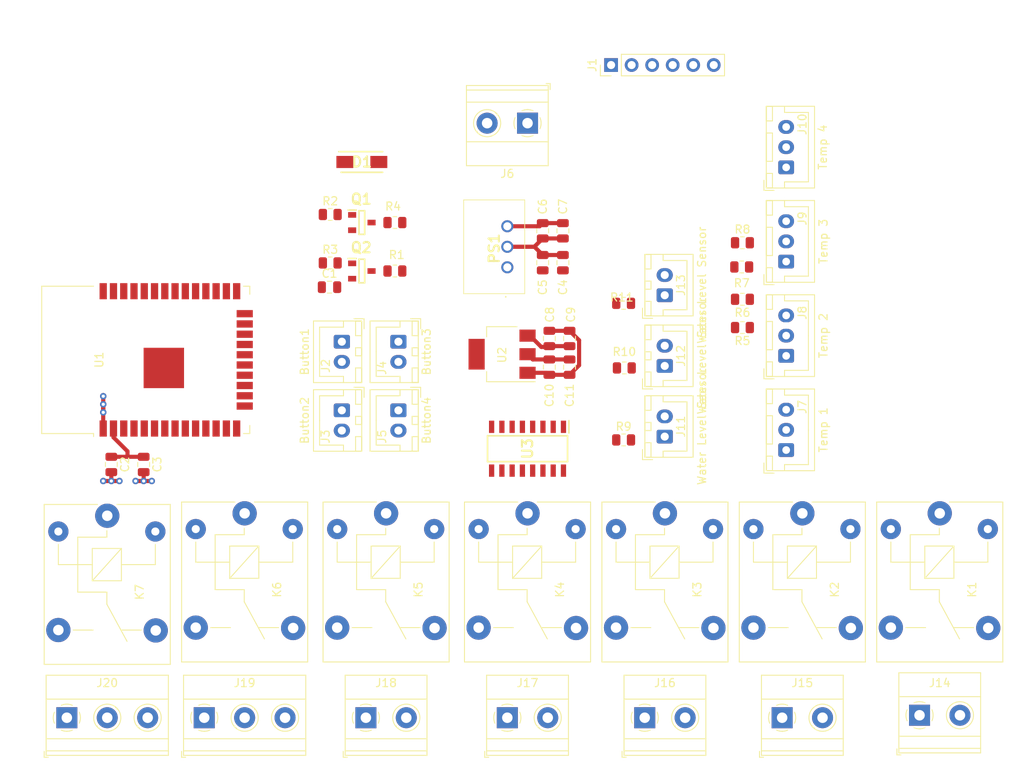
<source format=kicad_pcb>
(kicad_pcb (version 20211014) (generator pcbnew)
  (layers (0 "F.Cu" signal) (31 "B.Cu" signal) (34 "B.Paste" user) (35 "F.Paste" user) (36 "B.SilkS" user "B.Silkscreen") (37 "F.SilkS" user "F.Silkscreen") (38 "B.Mask" user) (39 "F.Mask" user) (44 "Edge.Cuts" user))
  (net 0 "")
  (net 1 "GND")
  (net 2 "ESP_RESET")
  (net 3 "VDD")
  (net 4 "12v")
  (net 5 "5v")
  (net 6 "3v3")
  (net 7 "/PWR3{slash}20")
  (net 8 "ESP_TX")
  (net 9 "ESP_RX")
  (net 10 "RTS")
  (net 11 "CTS")
  (net 12 "Button1")
  (net 13 "Button2")
  (net 14 "Button3")
  (net 15 "Button4")
  (net 16 "Net-(J7-Pad1)")
  (net 17 "Temp1")
  (net 18 "Net-(J8-Pad1)")
  (net 19 "Temp2")
  (net 20 "Net-(J9-Pad1)")
  (net 21 "Temp3")
  (net 22 "Net-(J10-Pad1)")
  (net 23 "Temp4")
  (net 24 "Water1")
  (net 25 "Water2")
  (net 26 "Water3")
  (net 27 "Net-(J14-Pad2)")
  (net 28 "Net-(K1-Pad2)")
  (net 29 "Net-(J14-Pad1)")
  (net 30 "Net-(J15-Pad2)")
  (net 31 "Net-(K2-Pad2)")
  (net 32 "Net-(J15-Pad1)")
  (net 33 "Net-(J16-Pad2)")
  (net 34 "Net-(K3-Pad2)")
  (net 36 "Net-(J16-Pad1)")
  (net 37 "Net-(J17-Pad2)")
  (net 38 "Net-(K4-Pad2)")
  (net 40 "Net-(J17-Pad1)")
  (net 41 "Net-(J18-Pad2)")
  (net 42 "Net-(K5-Pad2)")
  (net 44 "Net-(J18-Pad1)")
  (net 45 "Net-(J19-Pad2)")
  (net 46 "Net-(K6-Pad2)")
  (net 47 "Net-(J19-Pad1)")
  (net 48 "Net-(J20-Pad2)")
  (net 49 "Net-(K7-Pad2)")
  (net 50 "Net-(J20-Pad1)")
  (net 51 "Net-(Q1-Pad1)")
  (net 52 "ESP_IO0")
  (net 53 "Net-(Q2-Pad1)")
  (net 64 "Relay1")
  (net 65 "Relay2")
  (net 67 "Relay3")
  (net 68 "Relay4")
  (net 70 "Relay5")
  (net 71 "Relay6")
  (net 72 "Relay7")
  (net 73 "Net-(J19-Pad3)")
  (net 74 "Net-(J20-Pad3)")
  (footprint "Resistor_SMD:R_0805_2012Metric" (layer "F.Cu") (at 71.5875 89 180)
    (fp_text reference "R1" (at -0.227064 2) (layer "F.SilkS"))
    (fp_text value "10k")
    (pad "1" smd roundrect (at -0.9125 0 180) (size 1.025 1.4) (layers "F.Cu" "F.Paste" "F.Mask") (roundrect_rratio 0.243902) (net 6 "3v3"))
    (pad "2" smd roundrect (at 0.9125 0 180) (size 1.025 1.4) (layers "F.Cu" "F.Paste" "F.Mask") (roundrect_rratio 0.243902) (net 2 "ESP_RESET"))
  )
  (footprint "uln:SOIC127P600X175-16N" (layer "F.Cu") (at 88 111 -90)
    (fp_text reference "U3" (at 0 0 90) (layer "F.SilkS") (effects (font (size 1.27 1.27) (thickness 0.254))))
    (fp_text value "ULN2003A" hide)
    (pad "1" smd rect locked (at -2.712 -4.445) (size 0.65 1.525) (layers "F.Cu" "F.Paste" "F.Mask") (net 64 "Relay1"))
    (pad "2" smd rect locked (at -2.712 -3.175) (size 0.65 1.525) (layers "F.Cu" "F.Paste" "F.Mask") (net 65 "Relay2"))
    (pad "3" smd rect locked (at -2.712 -1.905) (size 0.65 1.525) (layers "F.Cu" "F.Paste" "F.Mask") (net 67 "Relay3"))
    (pad "4" smd rect locked (at -2.712 -0.635) (size 0.65 1.525) (layers "F.Cu" "F.Paste" "F.Mask") (net 68 "Relay4"))
    (pad "5" smd rect locked (at -2.712 0.635) (size 0.65 1.525) (layers "F.Cu" "F.Paste" "F.Mask") (net 70 "Relay5"))
    (pad "6" smd rect locked (at -2.712 1.905) (size 0.65 1.525) (layers "F.Cu" "F.Paste" "F.Mask") (net 71 "Relay6"))
    (pad "7" smd rect locked (at -2.712 3.175) (size 0.65 1.525) (layers "F.Cu" "F.Paste" "F.Mask") (net 72 "Relay7"))
    (pad "8" smd rect locked (at -2.712 4.445) (size 0.65 1.525) (layers "F.Cu" "F.Paste" "F.Mask") (net 1 "GND"))
    (pad "9" smd rect locked (at 2.712 4.445) (size 0.65 1.525) (layers "F.Cu" "F.Paste" "F.Mask") (net 5 "5v"))
    (pad "10" smd rect locked (at 2.712 3.175) (size 0.65 1.525) (layers "F.Cu" "F.Paste" "F.Mask") (net 49 "Net-(K7-Pad2)"))
    (pad "11" smd rect locked (at 2.712 1.905) (size 0.65 1.525) (layers "F.Cu" "F.Paste" "F.Mask") (net 46 "Net-(K6-Pad2)"))
    (pad "12" smd rect locked (at 2.712 0.635) (size 0.65 1.525) (layers "F.Cu" "F.Paste" "F.Mask") (net 42 "Net-(K5-Pad2)"))
    (pad "13" smd rect locked (at 2.712 -0.635) (size 0.65 1.525) (layers "F.Cu" "F.Paste" "F.Mask") (net 38 "Net-(K4-Pad2)"))
    (pad "14" smd rect locked (at 2.712 -1.905) (size 0.65 1.525) (layers "F.Cu" "F.Paste" "F.Mask") (net 34 "Net-(K3-Pad2)"))
    (pad "15" smd rect locked (at 2.712 -3.175) (size 0.65 1.525) (layers "F.Cu" "F.Paste" "F.Mask") (net 31 "Net-(K2-Pad2)"))
    (pad "16" smd rect locked (at 2.712 -4.445) (size 0.65 1.525) (layers "F.Cu" "F.Paste" "F.Mask") (net 28 "Net-(K1-Pad2)"))
  )
  (footprint "Connector_JST:JST_XH_B3B-XH-A_1x03_P2.50mm_Vertical" (layer "F.Cu") (at 120 111.166666 90)
    (fp_text reference "J7" (at 5.333332 2 90) (layer "F.SilkS"))
    (fp_text value "Temp 1" (at 2.5 4.6 90) (layer "F.SilkS"))
    (pad "1" thru_hole roundrect (at 0 0 90) (size 1.7 1.95) (drill 0.95) (layers *.Cu *.Mask) (roundrect_rratio 0.147059) (net 16 "Net-(J7-Pad1)"))
    (pad "2" thru_hole oval (at 2.5 0 90) (size 1.7 1.95) (drill 0.95) (layers *.Cu *.Mask) (net 17 "Temp1"))
    (pad "3" thru_hole oval (at 5 0 90) (size 1.7 1.95) (drill 0.95) (layers *.Cu *.Mask) (net 1 "GND"))
  )
  (footprint "Relay_THT:Relay_SPDT_SANYOU_SRD_Series_Form_C" (layer "F.Cu") (at 88 119 -90)
    (fp_text reference "K4" (at 9.45 -4 90) (layer "F.SilkS"))
    (fp_text value "Relay")
    (pad "1" thru_hole circle (at 0 0) (size 3 3) (drill 1.3) (layers *.Cu *.Mask) (net 37 "Net-(J17-Pad2)"))
    (pad "2" thru_hole circle (at 1.95 6.05) (size 2.5 2.5) (drill 1) (layers *.Cu *.Mask) (net 38 "Net-(K4-Pad2)"))
    (pad "3" thru_hole circle (at 14.15 6.05) (size 3 3) (drill 1.3) (layers *.Cu *.Mask) (net 40 "Net-(J17-Pad1)"))
    (pad "4" thru_hole circle (at 14.2 -6) (size 3 3) (drill 1.3) (layers *.Cu *.Mask))
    (pad "5" thru_hole circle (at 1.95 -5.95) (size 2.5 2.5) (drill 1) (layers *.Cu *.Mask) (net 5 "5v"))
  )
  (footprint "TerminalBlock_Phoenix:TerminalBlock_Phoenix_MKDS-1,5-3_1x03_P5.00mm_Horizontal" (layer "F.Cu") (at 48 144.305)
    (fp_text reference "J19" (at 5 -4.305) (layer "F.SilkS"))
    (fp_text value "Screw_Terminal_01x03")
    (pad "1" thru_hole rect (at 0 0) (size 2.6 2.6) (drill 1.3) (layers *.Cu *.Mask) (net 47 "Net-(J19-Pad1)"))
    (pad "2" thru_hole circle (at 5 0) (size 2.6 2.6) (drill 1.3) (layers *.Cu *.Mask) (net 45 "Net-(J19-Pad2)"))
    (pad "3" thru_hole circle (at 10 0) (size 2.6 2.6) (drill 1.3) (layers *.Cu *.Mask) (net 73 "Net-(J19-Pad3)"))
  )
  (footprint "TerminalBlock_Phoenix:TerminalBlock_Phoenix_MKDS-1,5-2_1x02_P5.00mm_Horizontal" (layer "F.Cu") (at 88 70.695 180)
    (fp_text reference "J6" (at 2.5 -6.26) (layer "F.SilkS"))
    (fp_text value "Screw_Terminal_01x02")
    (pad "1" thru_hole rect (at 0 0 180) (size 2.6 2.6) (drill 1.3) (layers *.Cu *.Mask) (net 1 "GND"))
    (pad "2" thru_hole circle (at 5 0 180) (size 2.6 2.6) (drill 1.3) (layers *.Cu *.Mask) (net 4 "12v"))
  )
  (footprint "Resistor_SMD:R_0805_2012Metric" (layer "F.Cu") (at 99.8875 109.9125)
    (fp_text reference "R9" (at 0 -1.65) (layer "F.SilkS"))
    (fp_text value "4.7k")
    (pad "1" smd roundrect (at -0.9125 0) (size 1.025 1.4) (layers "F.Cu" "F.Paste" "F.Mask") (roundrect_rratio 0.243902) (net 6 "3v3"))
    (pad "2" smd roundrect (at 0.9125 0) (size 1.025 1.4) (layers "F.Cu" "F.Paste" "F.Mask") (roundrect_rratio 0.243902) (net 24 "Water1"))
  )
  (footprint "Connector_JST:JST_XH_B2B-XH-A_1x02_P2.50mm_Vertical" (layer "F.Cu") (at 65.025 97.75 -90)
    (fp_text reference "J2" (at 3 2 90) (layer "F.SilkS"))
    (fp_text value "Button1" (at 1.25 4.6 90) (layer "F.SilkS"))
    (pad "1" thru_hole roundrect (at 0 0 270) (size 1.7 2) (drill 1) (layers *.Cu *.Mask) (roundrect_rratio 0.147059) (net 1 "GND"))
    (pad "2" thru_hole oval (at 2.5 0 270) (size 1.7 2) (drill 1) (layers *.Cu *.Mask) (net 12 "Button1"))
  )
  (footprint "Resistor_SMD:R_0805_2012Metric" (layer "F.Cu") (at 114.5875 96 180)
    (fp_text reference "R5" (at 0 -1.65) (layer "F.SilkS"))
    (fp_text value "470")
    (pad "1" smd roundrect (at -0.9125 0 180) (size 1.025 1.4) (layers "F.Cu" "F.Paste" "F.Mask") (roundrect_rratio 0.243902) (net 16 "Net-(J7-Pad1)"))
    (pad "2" smd roundrect (at 0.9125 0 180) (size 1.025 1.4) (layers "F.Cu" "F.Paste" "F.Mask") (roundrect_rratio 0.243902) (net 17 "Temp1"))
  )
  (footprint "Capacitor_SMD:C_0805_2012Metric" (layer "F.Cu") (at 40.505 112.95 -90)
    (fp_text reference "C3" (at 0 -1.68 90) (layer "F.SilkS"))
    (fp_text value "0.1uF")
    (pad "1" smd roundrect (at -0.95 0 270) (size 1 1.45) (layers "F.Cu" "F.Paste" "F.Mask") (net 3 "VDD"))
    (pad "2" smd roundrect (at 0.95 0 270) (size 1 1.45) (layers "F.Cu" "F.Paste" "F.Mask") (net 1 "GND"))
  )
  (footprint "Connector_JST:JST_XH_B3B-XH-A_1x03_P2.50mm_Vertical" (layer "F.Cu") (at 120 76.166666 90)
    (fp_text reference "J10" (at 5.333332 2 90) (layer "F.SilkS"))
    (fp_text value "Temp 4" (at 2.5 4.525 90) (layer "F.SilkS"))
    (pad "1" thru_hole roundrect (at 0 0 90) (size 1.7 1.95) (drill 0.95) (layers *.Cu *.Mask) (roundrect_rratio 0.147059) (net 22 "Net-(J10-Pad1)"))
    (pad "2" thru_hole oval (at 2.5 0 90) (size 1.7 1.95) (drill 0.95) (layers *.Cu *.Mask) (net 23 "Temp4"))
    (pad "3" thru_hole oval (at 5 0 90) (size 1.7 1.95) (drill 0.95) (layers *.Cu *.Mask) (net 1 "GND"))
  )
  (footprint "Capacitor_SMD:C_0805_2012Metric" (layer "F.Cu") (at 92.375 84.02 -90)
    (fp_text reference "C7" (at -3 0 90) (layer "F.SilkS"))
    (fp_text value "TBC")
    (pad "1" smd roundrect (at -0.95 0 270) (size 1 1.45) (layers "F.Cu" "F.Paste" "F.Mask") (net 5 "5v"))
    (pad "2" smd roundrect (at 0.95 0 270) (size 1 1.45) (layers "F.Cu" "F.Paste" "F.Mask") (net 1 "GND"))
  )
  (footprint "Connector_PinHeader_2.54mm:PinHeader_1x06_P2.54mm_Vertical" (layer "F.Cu") (at 98.34 63.5 90)
    (fp_text reference "J1" (at 0 -2.33 90) (layer "F.SilkS"))
    (fp_text value "Programming Header")
    (pad "1" thru_hole rect (at 0 0 90) (size 1.7 1.7) (drill 1) (layers *.Cu *.Mask) (net 7 "/PWR3{slash}20"))
    (pad "2" thru_hole oval (at 0 2.54 90) (size 1.7 1.7) (drill 1) (layers *.Cu *.Mask) (net 1 "GND"))
    (pad "3" thru_hole oval (at 0 5.08 90) (size 1.7 1.7) (drill 1) (layers *.Cu *.Mask) (net 8 "ESP_TX"))
    (pad "4" thru_hole oval (at 0 7.62 90) (size 1.7 1.7) (drill 1) (layers *.Cu *.Mask) (net 9 "ESP_RX"))
    (pad "5" thru_hole oval (at 0 10.16 90) (size 1.7 1.7) (drill 1) (layers *.Cu *.Mask) (net 10 "RTS"))
    (pad "6" thru_hole oval (at 0 12.7 90) (size 1.7 1.7) (drill 1) (layers *.Cu *.Mask) (net 11 "CTS"))
  )
  (footprint "Resistor_SMD:R_0805_2012Metric" (layer "F.Cu") (at 99.8875 93)
    (fp_text reference "R11" (at -0.227064 -0.735) (layer "F.SilkS"))
    (fp_text value "4.7k")
    (pad "1" smd roundrect (at -0.9125 0) (size 1.025 1.4) (layers "F.Cu" "F.Paste" "F.Mask") (roundrect_rratio 0.243902) (net 6 "3v3"))
    (pad "2" smd roundrect (at 0.9125 0) (size 1.025 1.4) (layers "F.Cu" "F.Paste" "F.Mask") (roundrect_rratio 0.243902) (net 26 "Water3"))
  )
  (footprint "Capacitor_SMD:C_0805_2012Metric" (layer "F.Cu") (at 93.2 97.35 90)
    (fp_text reference "C9" (at 2.95 0.16 90) (layer "F.SilkS"))
    (fp_text value "TBC")
    (pad "1" smd roundrect (at -0.95 0 90) (size 1 1.45) (layers "F.Cu" "F.Paste" "F.Mask") (net 5 "5v"))
    (pad "2" smd roundrect (at 0.95 0 90) (size 1 1.45) (layers "F.Cu" "F.Paste" "F.Mask") (net 1 "GND"))
  )
  (footprint "Connector_JST:JST_XH_B2B-XH-A_1x02_P2.50mm_Vertical" (layer "F.Cu") (at 72.025 106.25 -90)
    (fp_text reference "J5" (at 3.25 2.025 90) (layer "F.SilkS"))
    (fp_text value "Button4" (at 1.25 -3.475 90) (layer "F.SilkS"))
    (pad "1" thru_hole roundrect (at 0 0 270) (size 1.7 2) (drill 1) (layers *.Cu *.Mask) (roundrect_rratio 0.147059) (net 1 "GND"))
    (pad "2" thru_hole oval (at 2.5 0 270) (size 1.7 2) (drill 1) (layers *.Cu *.Mask) (net 15 "Button4"))
  )
  (footprint "Relay_THT:Relay_SPDT_SANYOU_SRD_Series_Form_C" (layer "F.Cu") (at 105 119 -90)
    (fp_text reference "K3" (at 9.45 -4 90) (layer "F.SilkS"))
    (fp_text value "Relay")
    (pad "1" thru_hole circle (at 0 0) (size 3 3) (drill 1.3) (layers *.Cu *.Mask) (net 33 "Net-(J16-Pad2)"))
    (pad "2" thru_hole circle (at 1.95 6.05) (size 2.5 2.5) (drill 1) (layers *.Cu *.Mask) (net 34 "Net-(K3-Pad2)"))
    (pad "3" thru_hole circle (at 14.15 6.05) (size 3 3) (drill 1.3) (layers *.Cu *.Mask) (net 36 "Net-(J16-Pad1)"))
    (pad "4" thru_hole circle (at 14.2 -6) (size 3 3) (drill 1.3) (layers *.Cu *.Mask))
    (pad "5" thru_hole circle (at 1.95 -5.95) (size 2.5 2.5) (drill 1) (layers *.Cu *.Mask) (net 5 "5v"))
  )
  (footprint "SamacSys_Parts:SOT95P240X120-3N" (layer "F.Cu") (at 67.5 83)
    (fp_text reference "Q1" (at -0.0762 -2.8956) (layer "F.SilkS") (effects (font (size 1.27 1.27) (thickness 0.254))))
    (fp_text value "MMBT2222A" hide)
    (pad "1" smd rect (at -1.2 -0.95 90) (size 0.7 1) (layers "F.Cu" "F.Paste" "F.Mask") (net 51 "Net-(Q1-Pad1)"))
    (pad "2" smd rect (at -1.2 0.95 90) (size 0.7 1) (layers "F.Cu" "F.Paste" "F.Mask") (net 11 "CTS"))
    (pad "3" smd rect (at 1.2 0 90) (size 0.7 1) (layers "F.Cu" "F.Paste" "F.Mask") (net 52 "ESP_IO0"))
  )
  (footprint "TerminalBlock_Phoenix:TerminalBlock_Phoenix_MKDS-1,5-2_1x02_P5.00mm_Horizontal" (layer "F.Cu") (at 102.5 144.305)
    (fp_text reference "J16" (at 2.5 -4.305) (layer "F.SilkS"))
    (fp_text value "Screw_Terminal_01x02")
    (pad "1" thru_hole rect (at 0 0) (size 2.6 2.6) (drill 1.3) (layers *.Cu *.Mask) (net 36 "Net-(J16-Pad1)"))
    (pad "2" thru_hole circle (at 5 0) (size 2.6 2.6) (drill 1.3) (layers *.Cu *.Mask) (net 33 "Net-(J16-Pad2)"))
  )
  (footprint "TerminalBlock_Phoenix:TerminalBlock_Phoenix_MKDS-1,5-2_1x02_P5.00mm_Horizontal" (layer "F.Cu") (at 136.5 144)
    (fp_text reference "J14" (at 2.5 -4) (layer "F.SilkS"))
    (fp_text value "Screw_Terminal_01x02")
    (pad "1" thru_hole rect (at 0 0) (size 2.6 2.6) (drill 1.3) (layers *.Cu *.Mask) (net 29 "Net-(J14-Pad1)"))
    (pad "2" thru_hole circle (at 5 0) (size 2.6 2.6) (drill 1.3) (layers *.Cu *.Mask) (net 27 "Net-(J14-Pad2)"))
  )
  (footprint "Relay_THT:Relay_SPDT_SANYOU_SRD_Series_Form_C" (layer "F.Cu") (at 122 119 -90)
    (fp_text reference "K2" (at 9.45 -4 90) (layer "F.SilkS"))
    (fp_text value "Relay")
    (pad "1" thru_hole circle (at 0 0) (size 3 3) (drill 1.3) (layers *.Cu *.Mask) (net 30 "Net-(J15-Pad2)"))
    (pad "2" thru_hole circle (at 1.95 6.05) (size 2.5 2.5) (drill 1) (layers *.Cu *.Mask) (net 31 "Net-(K2-Pad2)"))
    (pad "3" thru_hole circle (at 14.15 6.05) (size 3 3) (drill 1.3) (layers *.Cu *.Mask) (net 32 "Net-(J15-Pad1)"))
    (pad "4" thru_hole circle (at 14.2 -6) (size 3 3) (drill 1.3) (layers *.Cu *.Mask))
    (pad "5" thru_hole circle (at 1.95 -5.95) (size 2.5 2.5) (drill 1) (layers *.Cu *.Mask) (net 5 "5v"))
  )
  (footprint "Relay_THT:Relay_SPDT_SANYOU_SRD_Series_Form_C" (layer "F.Cu") (at 36 119.3 -90)
    (fp_text reference "K7" (at 9.45 -4 90) (layer "F.SilkS"))
    (fp_text value "Relay")
    (pad "1" thru_hole circle (at 0 0) (size 3 3) (drill 1.3) (layers *.Cu *.Mask) (net 48 "Net-(J20-Pad2)"))
    (pad "2" thru_hole circle (at 1.95 6.05) (size 2.5 2.5) (drill 1) (layers *.Cu *.Mask) (net 49 "Net-(K7-Pad2)"))
    (pad "3" thru_hole circle (at 14.15 6.05) (size 3 3) (drill 1.3) (layers *.Cu *.Mask) (net 50 "Net-(J20-Pad1)"))
    (pad "4" thru_hole circle (at 14.2 -6) (size 3 3) (drill 1.3) (layers *.Cu *.Mask) (net 74 "Net-(J20-Pad3)"))
    (pad "5" thru_hole circle (at 1.95 -5.95) (size 2.5 2.5) (drill 1) (layers *.Cu *.Mask) (net 5 "5v"))
  )
  (footprint "Resistor_SMD:R_0805_2012Metric" (layer "F.Cu") (at 71.5875 83 180)
    (fp_text reference "R4" (at 0.227064 2) (layer "F.SilkS"))
    (fp_text value "10k")
    (pad "1" smd roundrect (at -0.9125 0 180) (size 1.025 1.4) (layers "F.Cu" "F.Paste" "F.Mask") (roundrect_rratio 0.243902) (net 6 "3v3"))
    (pad "2" smd roundrect (at 0.9125 0 180) (size 1.025 1.4) (layers "F.Cu" "F.Paste" "F.Mask") (roundrect_rratio 0.243902) (net 52 "ESP_IO0"))
  )
  (footprint "Capacitor_SMD:C_0805_2012Metric" (layer "F.Cu") (at 36.505 112.95 -90)
    (fp_text reference "C2" (at 0 -1.68 90) (layer "F.SilkS"))
    (fp_text value "10uF")
    (pad "1" smd roundrect (at -0.95 0 270) (size 1 1.45) (layers "F.Cu" "F.Paste" "F.Mask") (net 3 "VDD"))
    (pad "2" smd roundrect (at 0.95 0 270) (size 1 1.45) (layers "F.Cu" "F.Paste" "F.Mask") (net 1 "GND"))
  )
  (footprint "Resistor_SMD:R_0805_2012Metric" (layer "F.Cu") (at 114.5875 92.5 180)
    (fp_text reference "R6" (at 0 -1.65) (layer "F.SilkS"))
    (fp_text value "470")
    (pad "1" smd roundrect (at -0.9125 0 180) (size 1.025 1.4) (layers "F.Cu" "F.Paste" "F.Mask") (roundrect_rratio 0.243902) (net 18 "Net-(J8-Pad1)"))
    (pad "2" smd roundrect (at 0.9125 0 180) (size 1.025 1.4) (layers "F.Cu" "F.Paste" "F.Mask") (roundrect_rratio 0.243902) (net 19 "Temp2"))
  )
  (footprint "Capacitor_SMD:C_0805_2012Metric" (layer "F.Cu") (at 90.7 100.9 -90)
    (fp_text reference "C10" (at 3.5 0 90) (layer "F.SilkS"))
    (fp_text value "22uF")
    (pad "1" smd roundrect (at -0.95 0 270) (size 1 1.45) (layers "F.Cu" "F.Paste" "F.Mask") (net 6 "3v3"))
    (pad "2" smd roundrect (at 0.95 0 270) (size 1 1.45) (layers "F.Cu" "F.Paste" "F.Mask") (net 1 "GND"))
  )
  (footprint "Capacitor_SMD:C_0805_2012Metric" (layer "F.Cu") (at 93.2 100.9 90)
    (fp_text reference "C11" (at -3.5 0 90) (layer "F.SilkS"))
    (fp_text value "TBC")
    (pad "1" smd roundrect (at -0.95 0 90) (size 1 1.45) (layers "F.Cu" "F.Paste" "F.Mask") (net 1 "GND"))
    (pad "2" smd roundrect (at 0.95 0 90) (size 1 1.45) (layers "F.Cu" "F.Paste" "F.Mask") (net 6 "3v3"))
  )
  (footprint "Connector_JST:JST_XH_B2B-XH-A_1x02_P2.50mm_Vertical" (layer "F.Cu") (at 104.975 92 90)
    (fp_text reference "J13" (at 1.25 2 90) (layer "F.SilkS"))
    (fp_text value "Water Level Sensor" (at 1.25 4.6 90) (layer "F.SilkS"))
    (pad "1" thru_hole roundrect (at 0 0 90) (size 1.7 2) (drill 1) (layers *.Cu *.Mask) (roundrect_rratio 0.147059) (net 26 "Water3"))
    (pad "2" thru_hole oval (at 2.5 0 90) (size 1.7 2) (drill 1) (layers *.Cu *.Mask) (net 1 "GND"))
  )
  (footprint "Connector_JST:JST_XH_B2B-XH-A_1x02_P2.50mm_Vertical" (layer "F.Cu") (at 65.025 106.25 -90)
    (fp_text reference "J3" (at 3.25 2.025 90) (layer "F.SilkS"))
    (fp_text value "Button2" (at 1.25 4.6 90) (layer "F.SilkS"))
    (pad "1" thru_hole roundrect (at 0 0 270) (size 1.7 2) (drill 1) (layers *.Cu *.Mask) (roundrect_rratio 0.147059) (net 1 "GND"))
    (pad "2" thru_hole oval (at 2.5 0 270) (size 1.7 2) (drill 1) (layers *.Cu *.Mask) (net 13 "Button2"))
  )
  (footprint "Connector_JST:JST_XH_B2B-XH-A_1x02_P2.50mm_Vertical" (layer "F.Cu") (at 72.025 97.75 -90)
    (fp_text reference "J4" (at 3.25 2.025 90) (layer "F.SilkS"))
    (fp_text value "Button3" (at 1.25 -3.475 90) (layer "F.SilkS"))
    (pad "1" thru_hole roundrect (at 0 0 270) (size 1.7 2) (drill 1) (layers *.Cu *.Mask) (roundrect_rratio 0.147059) (net 1 "GND"))
    (pad "2" thru_hole oval (at 2.5 0 270) (size 1.7 2) (drill 1) (layers *.Cu *.Mask) (net 14 "Button3"))
  )
  (footprint "Resistor_SMD:R_0805_2012Metric" (layer "F.Cu") (at 63.5875 88)
    (fp_text reference "R3" (at 0 -1.65) (layer "F.SilkS"))
    (fp_text value "10k")
    (pad "1" smd roundrect (at -0.9125 0) (size 1.025 1.4) (layers "F.Cu" "F.Paste" "F.Mask") (roundrect_rratio 0.243902) (net 11 "CTS"))
    (pad "2" smd roundrect (at 0.9125 0) (size 1.025 1.4) (layers "F.Cu" "F.Paste" "F.Mask") (roundrect_rratio 0.243902) (net 53 "Net-(Q2-Pad1)"))
  )
  (footprint "Capacitor_SMD:C_0805_2012Metric" (layer "F.Cu") (at 89.875 87.97 90)
    (fp_text reference "C5" (at -3.05 0 90) (layer "F.SilkS"))
    (fp_text value "10uF")
    (pad "1" smd roundrect (at -0.95 0 90) (size 1 1.45) (layers "F.Cu" "F.Paste" "F.Mask") (net 4 "12v"))
    (pad "2" smd roundrect (at 0.95 0 90) (size 1 1.45) (layers "F.Cu" "F.Paste" "F.Mask") (net 1 "GND"))
  )
  (footprint "Resistor_SMD:R_0805_2012Metric" (layer "F.Cu") (at 63.5875 82)
    (fp_text reference "R2" (at 0 -1.65) (layer "F.SilkS"))
    (fp_text value "10k")
    (pad "1" smd roundrect (at -0.9125 0) (size 1.025 1.4) (layers "F.Cu" "F.Paste" "F.Mask") (roundrect_rratio 0.243902) (net 10 "RTS"))
    (pad "2" smd roundrect (at 0.9125 0) (size 1.025 1.4) (layers "F.Cu" "F.Paste" "F.Mask") (roundrect_rratio 0.243902) (net 51 "Net-(Q1-Pad1)"))
  )
  (footprint "TerminalBlock_Phoenix:TerminalBlock_Phoenix_MKDS-1,5-2_1x02_P5.00mm_Horizontal" (layer "F.Cu") (at 85.5 144.305)
    (fp_text reference "J17" (at 2.5 -4.305) (layer "F.SilkS"))
    (fp_text value "Screw_Terminal_01x02")
    (pad "1" thru_hole rect (at 0 0) (size 2.6 2.6) (drill 1.3) (layers *.Cu *.Mask) (net 40 "Net-(J17-Pad1)"))
    (pad "2" thru_hole circle (at 5 0) (size 2.6 2.6) (drill 1.3) (layers *.Cu *.Mask) (net 37 "Net-(J17-Pad2)"))
  )
  (footprint "TerminalBlock_Phoenix:TerminalBlock_Phoenix_MKDS-1,5-2_1x02_P5.00mm_Horizontal" (layer "F.Cu") (at 119.5 144.305)
    (fp_text reference "J15" (at 2.5 -4.305) (layer "F.SilkS"))
    (fp_text value "Screw_Terminal_01x02")
    (pad "1" thru_hole rect (at 0 0) (size 2.6 2.6) (drill 1.3) (layers *.Cu *.Mask) (net 32 "Net-(J15-Pad1)"))
    (pad "2" thru_hole circle (at 5 0) (size 2.6 2.6) (drill 1.3) (layers *.Cu *.Mask) (net 30 "Net-(J15-Pad2)"))
  )
  (footprint "Package_TO_SOT_SMD:SOT-223-3_TabPin2" (layer "F.Cu") (at 84.85 99.3 180)
    (fp_text reference "U2" (at 0 -0.1 90) (layer "F.SilkS"))
    (fp_text value "AMS1117-3.3")
    (pad "1" smd rect (at -3.15 -2.3 180) (size 2 1.5) (layers "F.Cu" "F.Paste" "F.Mask") (net 1 "GND"))
    (pad "2" smd rect (at -3.15 0 180) (size 2 1.5) (layers "F.Cu" "F.Paste" "F.Mask") (net 6 "3v3"))
    (pad "2" smd rect (at 3.15 0 180) (size 2 3.8) (layers "F.Cu" "F.Paste" "F.Mask") (net 6 "3v3"))
    (pad "3" smd rect (at -3.15 2.3 180) (size 2 1.5) (layers "F.Cu" "F.Paste" "F.Mask") (net 5 "5v"))
  )
  (footprint "TerminalBlock_Phoenix:TerminalBlock_Phoenix_MKDS-1,5-3_1x03_P5.00mm_Horizontal" (layer "F.Cu") (at 31 144.305)
    (fp_text reference "J20" (at 5 -4.305) (layer "F.SilkS"))
    (fp_text value "Screw_Terminal_01x03")
    (pad "1" thru_hole rect (at 0 0) (size 2.6 2.6) (drill 1.3) (layers *.Cu *.Mask) (net 50 "Net-(J20-Pad1)"))
    (pad "2" thru_hole circle (at 5 0) (size 2.6 2.6) (drill 1.3) (layers *.Cu *.Mask) (net 48 "Net-(J20-Pad2)"))
    (pad "3" thru_hole circle (at 10 0) (size 2.6 2.6) (drill 1.3) (layers *.Cu *.Mask) (net 74 "Net-(J20-Pad3)"))
  )
  (footprint "Relay_THT:Relay_SPDT_SANYOU_SRD_Series_Form_C" (layer "F.Cu") (at 70.5 119 -90)
    (fp_text reference "K5" (at 9.45 -4 90) (layer "F.SilkS"))
    (fp_text value "Relay")
    (pad "1" thru_hole circle (at 0 0) (size 3 3) (drill 1.3) (layers *.Cu *.Mask) (net 41 "Net-(J18-Pad2)"))
    (pad "2" thru_hole circle (at 1.95 6.05) (size 2.5 2.5) (drill 1) (layers *.Cu *.Mask) (net 42 "Net-(K5-Pad2)"))
    (pad "3" thru_hole circle (at 14.15 6.05) (size 3 3) (drill 1.3) (layers *.Cu *.Mask) (net 44 "Net-(J18-Pad1)"))
    (pad "4" thru_hole circle (at 14.2 -6) (size 3 3) (drill 1.3) (layers *.Cu *.Mask))
    (pad "5" thru_hole circle (at 1.95 -5.95) (size 2.5 2.5) (drill 1) (layers *.Cu *.Mask) (net 5 "5v"))
  )
  (footprint "Capacitor_SMD:C_0805_2012Metric" (layer "F.Cu") (at 63.5 91)
    (fp_text reference "C1" (at 0 -1.68) (layer "F.SilkS"))
    (fp_text value "100nf")
    (pad "1" smd roundrect (at -0.95 0) (size 1 1.45) (layers "F.Cu" "F.Paste" "F.Mask") (net 1 "GND"))
    (pad "2" smd roundrect (at 0.95 0) (size 1 1.45) (layers "F.Cu" "F.Paste" "F.Mask") (net 2 "ESP_RESET"))
  )
  (footprint "Connector_JST:JST_XH_B3B-XH-A_1x03_P2.50mm_Vertical" (layer "F.Cu") (at 120 99.5 90)
    (fp_text reference "J8" (at 5.333332 2 90) (layer "F.SilkS"))
    (fp_text value "Temp 2" (at 2.5 4.6 90) (layer "F.SilkS"))
    (pad "1" thru_hole roundrect (at 0 0 90) (size 1.7 1.95) (drill 0.95) (layers *.Cu *.Mask) (roundrect_rratio 0.147059) (net 18 "Net-(J8-Pad1)"))
    (pad "2" thru_hole oval (at 2.5 0 90) (size 1.7 1.95) (drill 0.95) (layers *.Cu *.Mask) (net 19 "Temp2"))
    (pad "3" thru_hole oval (at 5 0 90) (size 1.7 1.95) (drill 0.95) (layers *.Cu *.Mask) (net 1 "GND"))
  )
  (footprint "RF_Module:ESP32-WROOM-32" (layer "F.Cu") (at 43.755 100 90)
    (fp_text reference "U1" (at 0 -8.75 90) (layer "F.SilkS"))
    (fp_text value "ESP32-WROOM-32D")
    (pad "1" smd rect (at -8.5 -8.255 90) (size 2 0.9) (layers "F.Cu" "F.Paste" "F.Mask") (net 1 "GND"))
    (pad "2" smd rect (at -8.5 -6.985 90) (size 2 0.9) (layers "F.Cu" "F.Paste" "F.Mask") (net 3 "VDD"))
    (pad "3" smd rect (at -8.5 -5.715 90) (size 2 0.9) (layers "F.Cu" "F.Paste" "F.Mask") (net 2 "ESP_RESET"))
    (pad "4" smd rect (at -8.5 -4.445 90) (size 2 0.9) (layers "F.Cu" "F.Paste" "F.Mask"))
    (pad "5" smd rect (at -8.5 -3.175 90) (size 2 0.9) (layers "F.Cu" "F.Paste" "F.Mask"))
    (pad "6" smd rect (at -8.5 -1.905 90) (size 2 0.9) (layers "F.Cu" "F.Paste" "F.Mask") (net 25 "Water2"))
    (pad "7" smd rect (at -8.5 -0.635 90) (size 2 0.9) (layers "F.Cu" "F.Paste" "F.Mask") (net 26 "Water3"))
    (pad "8" smd rect (at -8.5 0.635 90) (size 2 0.9) (layers "F.Cu" "F.Paste" "F.Mask") (net 23 "Temp4"))
    (pad "9" smd rect (at -8.5 1.905 90) (size 2 0.9) (layers "F.Cu" "F.Paste" "F.Mask") (net 24 "Water1"))
    (pad "10" smd rect (at -8.5 3.175 90) (size 2 0.9) (layers "F.Cu" "F.Paste" "F.Mask") (net 17 "Temp1"))
    (pad "11" smd rect (at -8.5 4.445 90) (size 2 0.9) (layers "F.Cu" "F.Paste" "F.Mask") (net 19 "Temp2"))
    (pad "12" smd rect (at -8.5 5.715 90) (size 2 0.9) (layers "F.Cu" "F.Paste" "F.Mask") (net 21 "Temp3"))
    (pad "13" smd rect (at -8.5 6.985 90) (size 2 0.9) (layers "F.Cu" "F.Paste" "F.Mask") (net 14 "Button3"))
    (pad "14" smd rect (at -8.5 8.255 90) (size 2 0.9) (layers "F.Cu" "F.Paste" "F.Mask"))
    (pad "15" smd rect (at -5.715 9.255 180) (size 2 0.9) (layers "F.Cu" "F.Paste" "F.Mask") (net 1 "GND"))
    (pad "16" smd rect (at -4.445 9.255 180) (size 2 0.9) (layers "F.Cu" "F.Paste" "F.Mask") (net 13 "Button2"))
    (pad "17" smd rect (at -3.175 9.255 180) (size 2 0.9) (layers "F.Cu" "F.Paste" "F.Mask"))
    (pad "18" smd rect (at -1.905 9.255 180) (size 2 0.9) (layers "F.Cu" "F.Paste" "F.Mask"))
    (pad "19" smd rect (at -0.635 9.255 180) (size 2 0.9) (layers "F.Cu" "F.Paste" "F.Mask"))
    (pad "20" smd rect (at 0.635 9.255 180) (size 2 0.9) (layers "F.Cu" "F.Paste" "F.Mask"))
    (pad "21" smd rect (at 1.905 9.255 180) (size 2 0.9) (layers "F.Cu" "F.Paste" "F.Mask"))
    (pad "22" smd rect (at 3.175 9.255 180) (size 2 0.9) (layers "F.Cu" "F.Paste" "F.Mask"))
    (pad "23" smd rect (at 4.445 9.255 180) (size 2 0.9) (layers "F.Cu" "F.Paste" "F.Mask") (net 15 "Button4"))
    (pad "24" smd rect (at 5.715 9.255 180) (size 2 0.9) (layers "F.Cu" "F.Paste" "F.Mask"))
    (pad "25" smd rect (at 8.5 8.255 90) (size 2 0.9) (layers "F.Cu" "F.Paste" "F.Mask") (net 52 "ESP_IO0"))
    (pad "26" smd rect (at 8.5 6.985 90) (size 2 0.9) (layers "F.Cu" "F.Paste" "F.Mask") (net 12 "Button1"))
    (pad "27" smd rect (at 8.5 5.715 90) (size 2 0.9) (layers "F.Cu" "F.Paste" "F.Mask") (net 64 "Relay1"))
    (pad "28" smd rect (at 8.5 4.445 90) (size 2 0.9) (layers "F.Cu" "F.Paste" "F.Mask") (net 65 "Relay2"))
    (pad "29" smd rect (at 8.5 3.175 90) (size 2 0.9) (layers "F.Cu" "F.Paste" "F.Mask"))
    (pad "30" smd rect (at 8.5 1.905 90) (size 2 0.9) (layers "F.Cu" "F.Paste" "F.Mask") (net 67 "Relay3"))
    (pad "31" smd rect (at 8.5 0.635 90) (size 2 0.9) (layers "F.Cu" "F.Paste" "F.Mask") (net 68 "Relay4"))
    (pad "32" smd rect (at 8.5 -0.635 90) (size 2 0.9) (layers "F.Cu" "F.Paste" "F.Mask"))
    (pad "33" smd rect (at 8.5 -1.905 90) (size 2 0.9) (layers "F.Cu" "F.Paste" "F.Mask") (net 70 "Relay5"))
    (pad "34" smd rect (at 8.5 -3.175 90) (size 2 0.9) (layers "F.Cu" "F.Paste" "F.Mask") (net 9 "ESP_RX"))
    (pad "35" smd rect (at 8.5 -4.445 90) (size 2 0.9) (layers "F.Cu" "F.Paste" "F.Mask") (net 8 "ESP_TX"))
    (pad "36" smd rect (at 8.5 -5.715 90) (size 2 0.9) (layers "F.Cu" "F.Paste" "F.Mask") (net 71 "Relay6"))
    (pad "37" smd rect (at 8.5 -6.985 90) (size 2 0.9) (layers "F.Cu" "F.Paste" "F.Mask") (net 72 "Relay7"))
    (pad "38" smd rect (at 8.5 -8.255 90) (size 2 0.9) (layers "F.Cu" "F.Paste" "F.Mask") (net 1 "GND"))
    (pad "39" smd rect (at -1 -0.755 90) (size 5 5) (layers "F.Cu" "F.Paste" "F.Mask") (net 1 "GND"))
  )
  (footprint "Resistor_SMD:R_0805_2012Metric" (layer "F.Cu") (at 114.5 88.5 180)
    (fp_text reference "R7" (at 0 -2) (layer "F.SilkS"))
    (fp_text value "470")
    (pad "1" smd roundrect (at -0.9125 0 180) (size 1.025 1.4) (layers "F.Cu" "F.Paste" "F.Mask") (roundrect_rratio 0.243902) (net 20 "Net-(J9-Pad1)"))
    (pad "2" smd roundrect (at 0.9125 0 180) (size 1.025 1.4) (layers "F.Cu" "F.Paste" "F.Mask") (roundrect_rratio 0.243902) (net 21 "Temp3"))
  )
  (footprint "Resistor_SMD:R_0805_2012Metric" (layer "F.Cu") (at 114.5875 85.5)
    (fp_text reference "R8" (at 0 -1.65) (layer "F.SilkS"))
    (fp_text value "470")
    (pad "1" smd roundrect (at -0.9125 0) (size 1.025 1.4) (layers "F.Cu" "F.Paste" "F.Mask") (roundrect_rratio 0.243902) (net 22 "Net-(J10-Pad1)"))
    (pad "2" smd roundrect (at 0.9125 0) (size 1.025 1.4) (layers "F.Cu" "F.Paste" "F.Mask") (roundrect_rratio 0.243902) (net 23 "Temp4"))
  )
  (footprint "Connector_JST:JST_XH_B2B-XH-A_1x02_P2.50mm_Vertical" (layer "F.Cu") (at 104.975 100.75 90)
    (fp_text reference "J12" (at 1.25 2 90) (layer "F.SilkS"))
    (fp_text value "Water Level Sensor" (at 1.25 4.6 90) (layer "F.SilkS"))
    (pad "1" thru_hole roundrect (at 0 0 90) (size 1.7 2) (drill 1) (layers *.Cu *.Mask) (roundrect_rratio 0.147059) (net 25 "Water2"))
    (pad "2" thru_hole oval (at 2.5 0 90) (size 1.7 2) (drill 1) (layers *.Cu *.Mask) (net 1 "GND"))
  )
  (footprint "Capacitor_SMD:C_0805_2012Metric" (layer "F.Cu") (at 92.375 87.97 90)
    (fp_text reference "C4" (at -3.05 0 90) (layer "F.SilkS"))
    (fp_text value "TBC")
    (pad "1" smd roundrect (at -0.95 0 90) (size 1 1.45) (layers "F.Cu" "F.Paste" "F.Mask") (net 4 "12v"))
    (pad "2" smd roundrect (at 0.95 0 90) (size 1 1.45) (layers "F.Cu" "F.Paste" "F.Mask") (net 1 "GND"))
  )
  (footprint "TerminalBlock_Phoenix:TerminalBlock_Phoenix_MKDS-1,5-2_1x02_P5.00mm_Horizontal" (layer "F.Cu") (at 68 144.305)
    (fp_text reference "J18" (at 2.5 -4.305) (layer "F.SilkS"))
    (fp_text value "Screw_Terminal_01x02")
    (pad "1" thru_hole rect (at 0 0) (size 2.6 2.6) (drill 1.3) (layers *.Cu *.Mask) (net 44 "Net-(J18-Pad1)"))
    (pad "2" thru_hole circle (at 5 0) (size 2.6 2.6) (drill 1.3) (layers *.Cu *.Mask) (net 41 "Net-(J18-Pad2)"))
  )
  (footprint "SamacSys_Parts:SOT95P240X120-3N" (layer "F.Cu") (at 67.5 89)
    (fp_text reference "Q2" (at -0.0762 -2.8956) (layer "F.SilkS") (effects (font (size 1.27 1.27) (thickness 0.254))))
    (fp_text value "MMBT2222A" hide)
    (pad "1" smd rect (at -1.2 -0.95 90) (size 0.7 1) (layers "F.Cu" "F.Paste" "F.Mask") (net 53 "Net-(Q2-Pad1)"))
    (pad "2" smd rect (at -1.2 0.95 90) (size 0.7 1) (layers "F.Cu" "F.Paste" "F.Mask") (net 10 "RTS"))
    (pad "3" smd rect (at 1.2 0 90) (size 0.7 1) (layers "F.Cu" "F.Paste" "F.Mask") (net 2 "ESP_RESET"))
  )
  (footprint "Relay_THT:Relay_SPDT_SANYOU_SRD_Series_Form_C" (layer "F.Cu") (at 139 119 -90)
    (fp_text reference "K1" (at 9.45 -4 90) (layer "F.SilkS"))
    (fp_text value "Relay")
    (pad "1" thru_hole circle (at 0 0) (size 3 3) (drill 1.3) (layers *.Cu *.Mask) (net 27 "Net-(J14-Pad2)"))
    (pad "2" thru_hole circle (at 1.95 6.05) (size 2.5 2.5) (drill 1) (layers *.Cu *.Mask) (net 28 "Net-(K1-Pad2)"))
    (pad "3" thru_hole circle (at 14.15 6.05) (size 3 3) (drill 1.3) (layers *.Cu *.Mask) (net 29 "Net-(J14-Pad1)"))
    (pad "4" thru_hole circle (at 14.2 -6) (size 3 3) (drill 1.3) (layers *.Cu *.Mask))
    (pad "5" thru_hole circle (at 1.95 -5.95) (size 2.5 2.5) (drill 1) (layers *.Cu *.Mask) (net 5 "5v"))
  )
  (footprint "SamacSys_Parts:K7805500R3" (layer "F.Cu") (at 85.5 88.54 90)
    (fp_text reference "PS1" (at 2.32 -1.625 90) (layer "F.SilkS") (effects (font (size 1.27 1.27) (thickness 0.254))))
    (fp_text value "K7805-500R3" hide)
    (pad "1" thru_hole circle locked (at 0 0 90) (size 1.5 1.5) (drill 1) (layers *.Cu *.Mask) (net 4 "12v"))
    (pad "2" thru_hole circle locked (at 2.54 0 90) (size 1.5 1.5) (drill 1) (layers *.Cu *.Mask) (net 1 "GND"))
    (pad "3" thru_hole circle locked (at 5.08 0 90) (size 1.5 1.5) (drill 1) (layers *.Cu *.Mask) (net 5 "5v"))
  )
  (footprint "Connector_JST:JST_XH_B3B-XH-A_1x03_P2.50mm_Vertical" (layer "F.Cu") (at 120 87.833334 90)
    (fp_text reference "J9" (at 5.333332 2 90) (layer "F.SilkS"))
    (fp_text value "Temp 3" (at 2.5 4.6 90) (layer "F.SilkS"))
    (pad "1" thru_hole roundrect (at 0 0 90) (size 1.7 1.95) (drill 0.95) (layers *.Cu *.Mask) (roundrect_rratio 0.147059) (net 20 "Net-(J9-Pad1)"))
    (pad "2" thru_hole oval (at 2.5 0 90) (size 1.7 1.95) (drill 0.95) (layers *.Cu *.Mask) (net 21 "Temp3"))
    (pad "3" thru_hole oval (at 5 0 90) (size 1.7 1.95) (drill 0.95) (layers *.Cu *.Mask) (net 1 "GND"))
  )
  (footprint "Capacitor_SMD:C_0805_2012Metric" (layer "F.Cu") (at 90.7 97.35 -90)
    (fp_text reference "C8" (at -2.95 -0.06 90) (layer "F.SilkS"))
    (fp_text value "TBC")
    (pad "1" smd roundrect (at -0.95 0 270) (size 1 1.45) (layers "F.Cu" "F.Paste" "F.Mask") (net 1 "GND"))
    (pad "2" smd roundrect (at 0.95 0 270) (size 1 1.45) (layers "F.Cu" "F.Paste" "F.Mask") (net 5 "5v"))
  )
  (footprint "SamacSys_Parts:DIOM5126X250N" (layer "F.Cu") (at 67.5 75.5)
    (fp_text reference "D1" (at 0 0) (layer "F.SilkS") (effects (font (size 1.27 1.27) (thickness 0.254))))
    (fp_text value "SS14" hide)
    (pad "1" smd rect locked (at -2.1 0 90) (size 1.5 2.1) (layers "F.Cu" "F.Paste" "F.Mask") (net 3 "VDD"))
    (pad "2" smd rect locked (at 2.1 0 90) (size 1.5 2.1) (layers "F.Cu" "F.Paste" "F.Mask") (net 7 "/PWR3{slash}20"))
  )
  (footprint "Relay_THT:Relay_SPDT_SANYOU_SRD_Series_Form_C" (layer "F.Cu") (at 53 119 -90)
    (fp_text reference "K6" (at 9.45 -4 90) (layer "F.SilkS"))
    (fp_text value "Relay")
    (pad "1" thru_hole circle (at 0 0) (size 3 3) (drill 1.3) (layers *.Cu *.Mask) (net 45 "Net-(J19-Pad2)"))
    (pad "2" thru_hole circle (at 1.95 6.05) (size 2.5 2.5) (drill 1) (layers *.Cu *.Mask) (net 46 "Net-(K6-Pad2)"))
    (pad "3" thru_hole circle (at 14.15 6.05) (size 3 3) (drill 1.3) (layers *.Cu *.Mask) (net 47 "Net-(J19-Pad1)"))
    (pad "4" thru_hole circle (at 14.2 -6) (size 3 3) (drill 1.3) (layers *.Cu *.Mask) (net 73 "Net-(J19-Pad3)"))
    (pad "5" thru_hole circle (at 1.95 -5.95) (size 2.5 2.5) (drill 1) (layers *.Cu *.Mask) (net 5 "5v"))
  )
  (footprint "Resistor_SMD:R_0805_2012Metric" (layer "F.Cu") (at 99.975 101)
    (fp_text reference "R10" (at 0 -2) (layer "F.SilkS"))
    (fp_text value "4.7k")
    (pad "1" smd roundrect (at -0.9125 0) (size 1.025 1.4) (layers "F.Cu" "F.Paste" "F.Mask") (roundrect_rratio 0.243902) (net 6 "3v3"))
    (pad "2" smd roundrect (at 0.9125 0) (size 1.025 1.4) (layers "F.Cu" "F.Paste" "F.Mask") (roundrect_rratio 0.243902) (net 25 "Water2"))
  )
  (footprint "Connector_JST:JST_XH_B2B-XH-A_1x02_P2.50mm_Vertical" (layer "F.Cu") (at 104.975 109.5 90)
    (fp_text reference "J11" (at 1.25 2 90) (layer "F.SilkS"))
    (fp_text value "Water Level Sensor" (at 1.25 4.6 90) (layer "F.SilkS"))
    (pad "1" thru_hole roundrect (at 0 0 90) (size 1.7 2) (drill 1) (layers *.Cu *.Mask) (roundrect_rratio 0.147059) (net 24 "Water1"))
    (pad "2" thru_hole oval (at 2.5 0 90) (size 1.7 2) (drill 1) (layers *.Cu *.Mask) (net 1 "GND"))
  )
  (footprint "Capacitor_SMD:C_0805_2012Metric" (layer "F.Cu") (at 89.875 84.02 -90)
    (fp_text reference "C6" (at -3 0 90) (layer "F.SilkS"))
    (fp_text value "22uF")
    (pad "1" smd roundrect (at -0.95 0 270) (size 1 1.45) (layers "F.Cu" "F.Paste" "F.Mask") (net 5 "5v"))
    (pad "2" smd roundrect (at 0.95 0 270) (size 1 1.45) (layers "F.Cu" "F.Paste" "F.Mask") (net 1 "GND"))
  )
  (segment (start 35.5 108.5) (end 35.5 105.505) (width 0.508) (layer "F.Cu") (net 1))
  (segment (start 35.505 106.5) (end 35.505 104.5) (width 0.508) (layer "F.Cu") (net 1))
  (segment (start 88 101.6) (end 90.45 101.6) (width 0.508) (layer "F.Cu") (net 1))
  (segment (start 93.2 101.85) (end 90.7 101.85) (width 0.508) (layer "F.Cu") (net 1))
  (segment (start 88.845 86) (end 89.875 84.97) (width 0.508) (layer "F.Cu") (net 1))
  (segment (start 89.875 84.97) (end 92.375 84.97) (width 0.508) (layer "F.Cu") (net 1))
  (segment (start 85.5 86) (end 88.845 86) (width 0.508) (layer "F.Cu") (net 1))
  (segment (start 85.5 86) (end 88.855 86) (width 0.508) (layer "F.Cu") (net 1))
  (segment (start 94.37852 100.67148) (end 94.37852 97.57852) (width 0.508) (layer "F.Cu") (net 1))
  (segment (start 39.505 115) (end 41.505 115) (width 0.508) (layer "F.Cu") (net 1))
  (segment (start 35.505 115) (end 37.505 115) (width 0.508) (layer "F.Cu") (net 1))
  (segment (start 90.45 101.6) (end 90.7 101.85) (width 0.508) (layer "F.Cu") (net 1))
  (segment (start 93.2 101.85) (end 94.37852 100.67148) (width 0.508) (layer "F.Cu") (net 1))
  (segment (start 35.5 105.505) (end 35.505 105.5) (width 0.508) (layer "F.Cu") (net 1))
  (segment (start 93.2 96.4) (end 90.7 96.4) (width 0.508) (layer "F.Cu") (net 1))
  (segment (start 92.375 87.02) (end 89.875 87.02) (width 0.508) (layer "F.Cu") (net 1))
  (segment (start 36.505 113.9) (end 36.505 115) (width 0.508) (layer "F.Cu") (net 1))
  (segment (start 88.855 86) (end 89.875 87.02) (width 0.508) (layer "F.Cu") (net 1))
  (segment (start 94.37852 97.57852) (end 93.2 96.4) (width 0.508) (layer "F.Cu") (net 1))
  (segment (start 40.505 113.9) (end 40.505 115) (width 0.508) (layer "F.Cu") (net 1))
  (via (at 35.505 115) (size 0.8) (drill 0.4) (layers "F.Cu" "B.Cu") (net 1))
  (via (at 41.505 115) (size 0.8) (drill 0.4) (layers "F.Cu" "B.Cu") (net 1))
  (via (at 35.505 105.5) (size 0.8) (drill 0.4) (layers "F.Cu" "B.Cu") (net 1))
  (via (at 39.505 115) (size 0.8) (drill 0.4) (layers "F.Cu" "B.Cu") (net 1))
  (via (at 35.505 104.5) (size 0.8) (drill 0.4) (layers "F.Cu" "B.Cu") (net 1))
  (via (at 36.505 115) (size 0.8) (drill 0.4) (layers "F.Cu" "B.Cu") (net 1))
  (via (at 35.505 106.5) (size 0.8) (drill 0.4) (layers "F.Cu" "B.Cu") (net 1))
  (via (at 37.505 115) (size 0.8) (drill 0.4) (layers "F.Cu" "B.Cu") (net 1))
  (via (at 40.505 115) (size 0.8) (drill 0.4) (layers "F.Cu" "B.Cu") (net 1))
  (segment (start 38.505 111.322022) (end 38.505 112) (width 0.508) (layer "F.Cu") (net 3))
  (segment (start 36.505 112) (end 38.505 112) (width 0.508) (layer "F.Cu") (net 3))
  (segment (start 36.77 108.5) (end 36.77 109.587022) (width 0.508) (layer "F.Cu") (net 3))
  (segment (start 38.505 112) (end 40.505 112) (width 0.508) (layer "F.Cu") (net 3))
  (segment (start 36.77 109.587022) (end 38.505 111.322022) (width 0.508) (layer "F.Cu") (net 3))
  (segment (start 89.7 98.4) (end 90.6 98.4) (width 0.508) (layer "F.Cu") (net 5))
  (segment (start 85.5 83.46) (end 89.485 83.46) (width 0.508) (layer "F.Cu") (net 5))
  (segment (start 89.875 83.07) (end 92.375 83.07) (width 0.508) (layer "F.Cu") (net 5))
  (segment (start 89.485 83.46) (end 89.875 83.07) (width 0.508) (layer "F.Cu") (net 5))
  (segment (start 90.6 98.4) (end 90.7 98.3) (width 0.508) (layer "F.Cu") (net 5))
  (segment (start 88.3 97) (end 89.7 98.4) (width 0.508) (layer "F.Cu") (net 5))
  (segment (start 88 97) (end 88.3 97) (width 0.508) (layer "F.Cu") (net 5))
  (segment (start 90.7 98.3) (end 93.2 98.3) (width 0.508) (layer "F.Cu") (net 5))
  (segment (start 90.7 99.95) (end 88.65 99.95) (width 0.508) (layer "F.Cu") (net 6))
  (segment (start 90.7 99.95) (end 93.2 99.95) (width 0.508) (layer "F.Cu") (net 6))
  (segment (start 88.65 99.95) (end 88 99.3) (width 0.508) (layer "F.Cu") (net 6))
)
</source>
